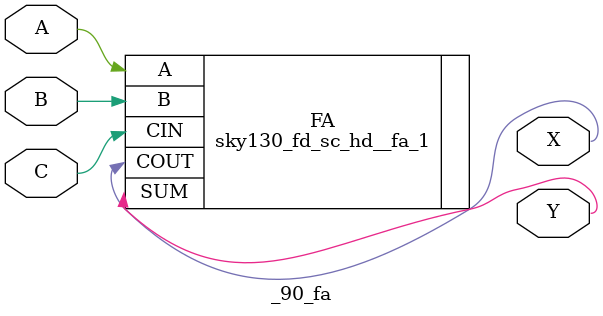
<source format=v>
`define FA_CELL         sky130_fd_sc_hd__fa_1 

(* techmap_celltype = "$fa" *)
module _90_fa (A, B, C, X, Y);
	parameter WIDTH = 1;

	(* force_downto *)
	input [WIDTH-1:0] A, B, C;
	(* force_downto *)
	output [WIDTH-1:0] X, Y;

	(* force_downto *)
	wire [WIDTH-1:0] t1, t2, t3;

    wire _TECHMAP_FAIL_ = WIDTH > 1;

    `FA_CELL FA ( .COUT(X), .CIN(C), .A(A), .B(B), .SUM(Y) );

endmodule
</source>
